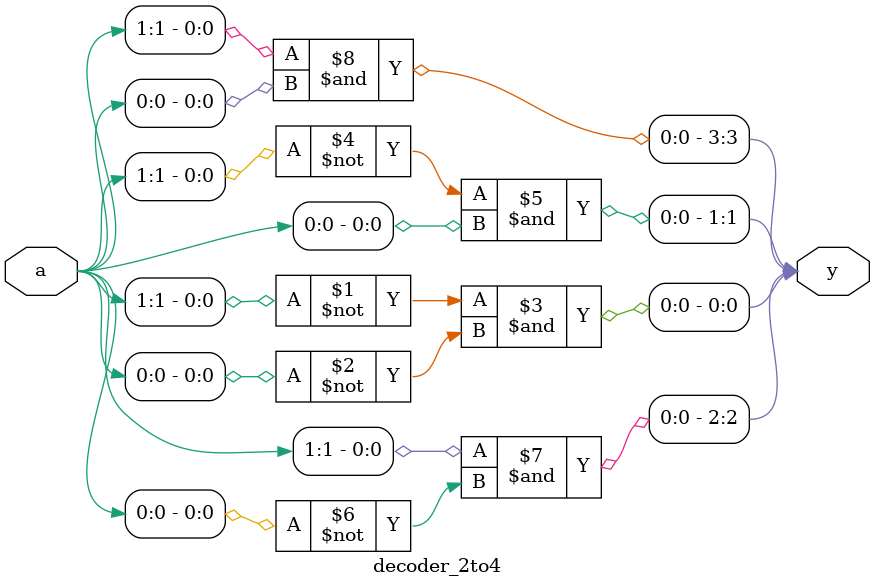
<source format=v>
module decoder_2to4 (
 input [1:0] a,
 output [3:0] y
);
assign y[0] = ~a[1] & ~a[0];
assign y[1] = ~a[1] & a[0];
assign y[2] = a[1] & ~a[0];
assign y[3] = a[1] & a[0];
endmodule

</source>
